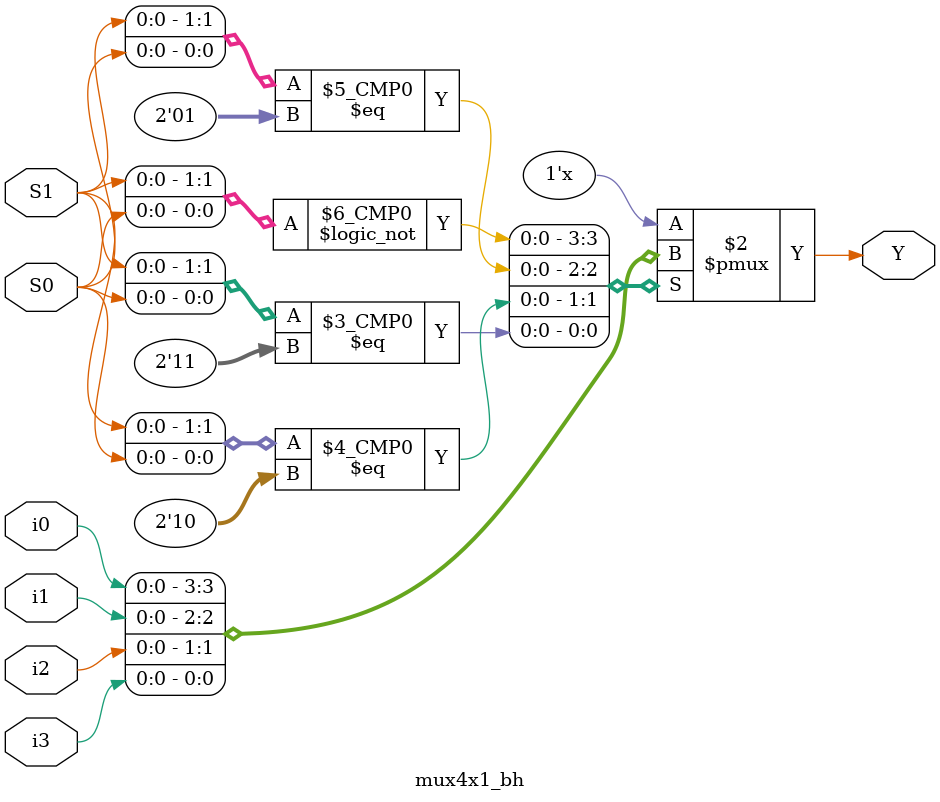
<source format=v>
module mux4x1_bh(input i0, i1, i2, i3, input S0, S1, output reg Y);
    always @(*) begin
        case ({S1, S0}) // output based on selectors
            2'b00: Y = i0;  // S1=0, S0=0 -> select i0
            2'b01: Y = i1;  // S1=0, S0=1 -> select i1
            2'b10: Y = i2;  // S1=1, S0=0 -> select i2
            2'b11: Y = i3;  // S1=1, S0=1 -> select i3
            default: Y = 1'bx;  // Default case to handle unknown states
        endcase
    end
endmodule

</source>
